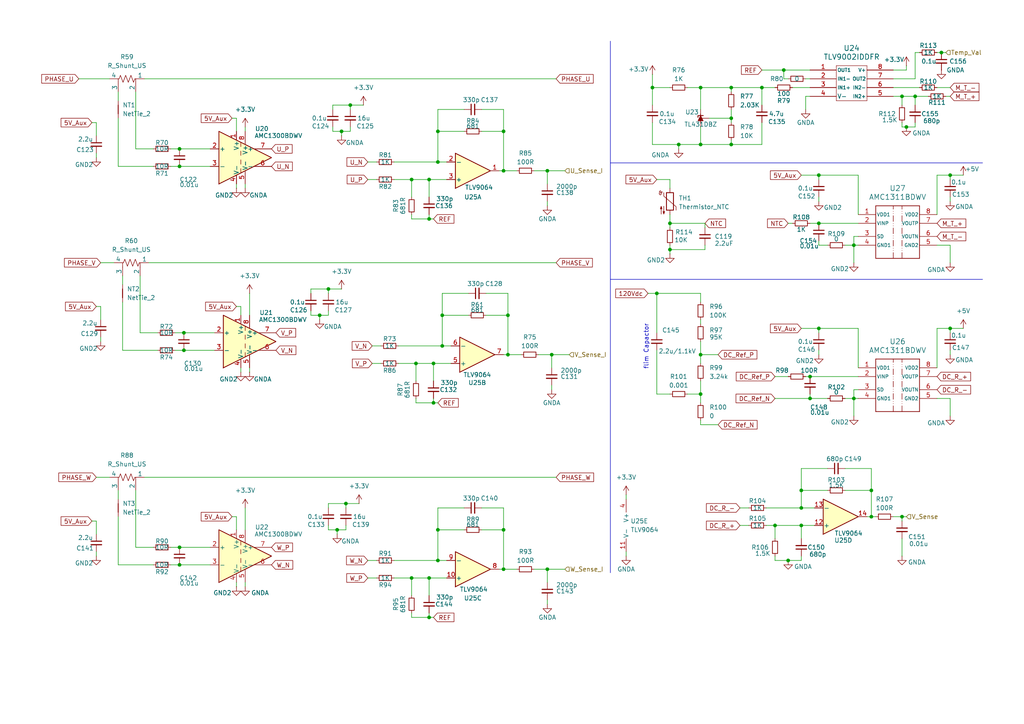
<source format=kicad_sch>
(kicad_sch (version 20241004) (generator "eeschema") (generator_version "8.99")
  (paper "A4")
  (title_block (title "MOTOR_DRIVER_GRAGO"))
  (text "flim Capactor" (at 187.452 100.584 90) (effects (font (size 1.27 1.27))))
  (junction (at 146.05 153.67))
  (junction (at 220.98 25.4))
  (junction (at 158.75 165.1))
  (junction (at 224.79 152.4))
  (junction (at 128.27 100.33))
  (junction (at 160.02 102.87))
  (junction (at 203.2 25.4))
  (junction (at 127 38.1))
  (junction (at 100.33 146.05))
  (junction (at 97.79 153.67))
  (junction (at 189.23 25.4))
  (junction (at 247.65 71.12))
  (junction (at 146.05 49.53))
  (junction (at 261.62 149.86))
  (junction (at 52.07 48.26))
  (junction (at 127 46.99))
  (junction (at 190.5 85.09))
  (junction (at 265.43 27.94))
  (junction (at 127 153.67))
  (junction (at 237.49 50.8))
  (junction (at 196.85 41.91))
  (junction (at 273.05 15.24))
  (junction (at 227.33 20.32))
  (junction (at 234.95 115.57))
  (junction (at 212.09 41.91))
  (junction (at 194.31 72.39))
  (junction (at 52.07 163.83))
  (junction (at 147.32 91.44))
  (junction (at 52.07 158.75))
  (junction (at 212.09 25.4))
  (junction (at 232.41 152.4))
  (junction (at 120.65 105.41))
  (junction (at 99.06 38.1))
  (junction (at 203.2 41.91))
  (junction (at 232.41 142.24))
  (junction (at 261.62 27.94))
  (junction (at 228.6 162.56))
  (junction (at 194.31 64.77))
  (junction (at 234.95 109.22))
  (junction (at 275.59 95.25))
  (junction (at 124.46 52.07))
  (junction (at 124.46 63.5))
  (junction (at 252.73 142.24))
  (junction (at 232.41 147.32))
  (junction (at 237.49 64.77))
  (junction (at 119.38 167.64))
  (junction (at 124.46 167.64))
  (junction (at 212.09 34.29))
  (junction (at 127 162.56))
  (junction (at 237.49 95.25))
  (junction (at 247.65 115.57))
  (junction (at 53.34 96.52))
  (junction (at 125.73 116.84))
  (junction (at 101.6 30.48))
  (junction (at 52.07 43.18))
  (junction (at 128.27 91.44))
  (junction (at 124.46 179.07))
  (junction (at 203.2 102.87))
  (junction (at 53.34 101.6))
  (junction (at 119.38 52.07))
  (junction (at 262.89 36.83))
  (junction (at 146.05 165.1))
  (junction (at 203.2 114.3))
  (junction (at 275.59 50.8))
  (junction (at 92.71 91.44))
  (junction (at 125.73 105.41))
  (junction (at 95.25 83.82))
  (junction (at 146.05 38.1))
  (junction (at 252.73 149.86))
  (junction (at 147.32 102.87))
  (junction (at 158.75 49.53))
  (wire (pts (xy 158.75 175.26) (xy 158.75 173.99)))
  (wire (pts (xy 237.49 71.12) (xy 240.03 71.12)))
  (wire (pts (xy 90.17 83.82) (xy 90.17 85.09)))
  (wire (pts (xy 190.5 52.07) (xy 194.31 52.07)))
  (wire (pts (xy 27.94 160.02) (xy 27.94 161.29)))
  (wire (pts (xy 237.49 64.77) (xy 248.92 64.77)))
  (wire (pts (xy 29.21 88.9) (xy 29.21 92.71)))
  (wire (pts (xy 127 153.67) (xy 127 147.32)))
  (wire (pts (xy 158.75 168.91) (xy 158.75 165.1)))
  (wire (pts (xy 189.23 41.91) (xy 196.85 41.91)))
  (wire (pts (xy 194.31 62.23) (xy 194.31 64.77)))
  (wire (pts (xy 190.5 85.09) (xy 203.2 85.09)))
  (wire (pts (xy 271.78 25.4) (xy 275.59 25.4)))
  (wire (pts (xy 181.61 160.02) (xy 181.61 161.29)))
  (wire (pts (xy 189.23 35.56) (xy 189.23 41.91)))
  (wire (pts (xy 252.73 149.86) (xy 254 149.86)))
  (wire (pts (xy 265.43 35.56) (xy 265.43 36.83)))
  (wire (pts (xy 248.92 68.58) (xy 247.65 68.58)))
  (wire (pts (xy 67.31 34.29) (xy 68.58 34.29)))
  (wire (pts (xy 39.37 26.67) (xy 39.37 43.18)))
  (wire (pts (xy 95.25 83.82) (xy 95.25 85.09)))
  (wire (pts (xy 52.07 158.75) (xy 60.96 158.75)))
  (wire (pts (xy 68.58 34.29) (xy 68.58 38.1)))
  (wire (pts (xy 237.49 101.6) (xy 237.49 102.87)))
  (wire (pts (xy 119.38 179.07) (xy 124.46 179.07)))
  (wire (pts (xy 95.25 83.82) (xy 90.17 83.82)))
  (wire (pts (xy 271.78 50.8) (xy 275.59 50.8)))
  (wire (pts (xy 275.59 50.8) (xy 275.59 52.07)))
  (wire (pts (xy 224.79 152.4) (xy 232.41 152.4)))
  (wire (pts (xy 146.05 38.1) (xy 146.05 49.53)))
  (wire (pts (xy 233.68 27.94) (xy 234.95 27.94)))
  (wire (pts (xy 128.27 100.33) (xy 130.81 100.33)))
  (wire (pts (xy 247.65 71.12) (xy 247.65 76.2)))
  (wire (pts (xy 127 38.1) (xy 127 31.75)))
  (wire (pts (xy 41.91 22.86) (xy 161.29 22.86)))
  (wire (pts (xy 41.91 138.43) (xy 161.29 138.43)))
  (wire (pts (xy 227.33 20.32) (xy 227.33 22.86)))
  (wire (pts (xy 100.33 146.05) (xy 100.33 147.32)))
  (wire (pts (xy 154.94 49.53) (xy 158.75 49.53)))
  (wire (pts (xy 232.41 152.4) (xy 232.41 156.21)))
  (wire (pts (xy 127 31.75) (xy 134.62 31.75)))
  (wire (pts (xy 261.62 149.86) (xy 262.89 149.86)))
  (wire (pts (xy 237.49 50.8) (xy 237.49 52.07)))
  (wire (pts (xy 156.21 102.87) (xy 160.02 102.87)))
  (wire (pts (xy 26.67 151.13) (xy 27.94 151.13)))
  (wire (pts (xy 50.8 101.6) (xy 53.34 101.6)))
  (wire (pts (xy 120.65 105.41) (xy 125.73 105.41)))
  (wire (pts (xy 275.59 95.25) (xy 279.4 95.25)))
  (wire (pts (xy 160.02 106.68) (xy 160.02 102.87)))
  (wire (pts (xy 232.41 142.24) (xy 240.03 142.24)))
  (wire (pts (xy 181.61 143.51) (xy 181.61 144.78)))
  (wire (pts (xy 158.75 59.69) (xy 158.75 58.42)))
  (wire (pts (xy 39.37 158.75) (xy 44.45 158.75)))
  (wire (pts (xy 107.95 100.33) (xy 110.49 100.33)))
  (wire (pts (xy 147.32 91.44) (xy 147.32 102.87)))
  (wire (pts (xy 71.12 53.34) (xy 71.12 54.61)))
  (wire (pts (xy 212.09 35.56) (xy 212.09 34.29)))
  (wire (pts (xy 22.86 22.86) (xy 31.75 22.86)))
  (wire (pts (xy 245.11 115.57) (xy 247.65 115.57)))
  (wire (pts (xy 274.32 15.24) (xy 273.05 15.24)))
  (wire (pts (xy 232.41 152.4) (xy 236.22 152.4)))
  (wire (pts (xy 194.31 52.07) (xy 194.31 54.61)))
  (wire (pts (xy 228.6 64.77) (xy 229.87 64.77)))
  (wire (pts (xy 232.41 142.24) (xy 232.41 135.89)))
  (wire (pts (xy 261.62 156.21) (xy 261.62 161.29)))
  (wire (pts (xy 265.43 27.94) (xy 265.43 30.48)))
  (wire (pts (xy 203.2 36.83) (xy 203.2 41.91)))
  (wire (pts (xy 114.3 52.07) (xy 119.38 52.07)))
  (wire (pts (xy 127 46.99) (xy 129.54 46.99)))
  (wire (pts (xy 248.92 50.8) (xy 248.92 62.23)))
  (wire (pts (xy 128.27 100.33) (xy 128.27 91.44)))
  (wire (pts (xy 27.94 44.45) (xy 27.94 45.72)))
  (wire (pts (xy 247.65 115.57) (xy 248.92 115.57)))
  (wire (pts (xy 205.74 34.29) (xy 212.09 34.29)))
  (wire (pts (xy 237.49 57.15) (xy 237.49 58.42)))
  (wire (pts (xy 127 38.1) (xy 134.62 38.1)))
  (wire (pts (xy 71.12 168.91) (xy 71.12 170.18)))
  (wire (pts (xy 265.43 27.94) (xy 269.24 27.94)))
  (wire (pts (xy 101.6 30.48) (xy 101.6 31.75)))
  (wire (pts (xy 247.65 115.57) (xy 247.65 120.65)))
  (wire (pts (xy 34.29 163.83) (xy 44.45 163.83)))
  (wire (pts (xy 203.2 85.09) (xy 203.2 87.63)))
  (wire (pts (xy 34.29 26.67) (xy 34.29 29.21)))
  (wire (pts (xy 147.32 102.87) (xy 151.13 102.87)))
  (wire (pts (xy 224.79 162.56) (xy 228.6 162.56)))
  (wire (pts (xy 251.46 149.86) (xy 252.73 149.86)))
  (wire (pts (xy 27.94 88.9) (xy 29.21 88.9)))
  (wire (pts (xy 120.65 116.84) (xy 125.73 116.84)))
  (wire (pts (xy 115.57 100.33) (xy 128.27 100.33)))
  (wire (pts (xy 222.25 152.4) (xy 224.79 152.4)))
  (wire (pts (xy 107.95 105.41) (xy 110.49 105.41)))
  (wire (pts (xy 52.07 43.18) (xy 60.96 43.18)))
  (wire (pts (xy 204.47 71.12) (xy 204.47 72.39)))
  (wire (pts (xy 119.38 62.23) (xy 119.38 63.5)))
  (wire (pts (xy 261.62 36.83) (xy 262.89 36.83)))
  (wire (pts (xy 237.49 69.85) (xy 237.49 71.12)))
  (wire (pts (xy 140.97 91.44) (xy 147.32 91.44)))
  (wire (pts (xy 92.71 91.44) (xy 92.71 92.71)))
  (wire (pts (xy 100.33 146.05) (xy 104.14 146.05)))
  (wire (pts (xy 271.78 71.12) (xy 275.59 71.12)))
  (wire (pts (xy 40.64 96.52) (xy 45.72 96.52)))
  (wire (pts (xy 27.94 35.56) (xy 27.94 39.37)))
  (wire (pts (xy 271.78 50.8) (xy 271.78 62.23)))
  (wire (pts (xy 128.27 85.09) (xy 135.89 85.09)))
  (wire (pts (xy 67.31 149.86) (xy 68.58 149.86)))
  (wire (pts (xy 49.53 163.83) (xy 52.07 163.83)))
  (wire (pts (xy 128.27 91.44) (xy 128.27 85.09)))
  (wire (pts (xy 49.53 48.26) (xy 52.07 48.26)))
  (wire (pts (xy 252.73 135.89) (xy 252.73 142.24)))
  (wire (pts (xy 224.79 115.57) (xy 234.95 115.57)))
  (wire (pts (xy 119.38 63.5) (xy 124.46 63.5)))
  (wire (pts (xy 271.78 95.25) (xy 275.59 95.25)))
  (wire (pts (xy 100.33 146.05) (xy 95.25 146.05)))
  (wire (pts (xy 72.39 106.68) (xy 72.39 107.95)))
  (wire (pts (xy 115.57 105.41) (xy 120.65 105.41)))
  (wire (pts (xy 252.73 142.24) (xy 252.73 149.86)))
  (wire (pts (xy 29.21 76.2) (xy 33.02 76.2)))
  (wire (pts (xy 27.94 151.13) (xy 27.94 154.94)))
  (wire (pts (xy 35.56 80.01) (xy 35.56 82.55)))
  (wire (pts (xy 261.62 149.86) (xy 261.62 151.13)))
  (wire (pts (xy 125.73 105.41) (xy 130.81 105.41)))
  (wire (pts (xy 234.95 22.86) (xy 233.68 22.86)))
  (wire (pts (xy 146.05 49.53) (xy 149.86 49.53)))
  (wire (pts (xy 234.95 115.57) (xy 240.03 115.57)))
  (wire (pts (xy 233.68 31.75) (xy 233.68 27.94)))
  (wire (pts (xy 101.6 36.83) (xy 101.6 38.1)))
  (wire (pts (xy 271.78 115.57) (xy 275.59 115.57)))
  (wire (pts (xy 194.31 64.77) (xy 194.31 66.04)))
  (wire (pts (xy 203.2 121.92) (xy 203.2 123.19)))
  (wire (pts (xy 125.73 115.57) (xy 125.73 116.84)))
  (wire (pts (xy 212.09 26.67) (xy 212.09 25.4)))
  (wire (pts (xy 259.08 27.94) (xy 261.62 27.94)))
  (wire (pts (xy 259.08 20.32) (xy 262.89 20.32)))
  (wire (pts (xy 27.94 138.43) (xy 31.75 138.43)))
  (wire (pts (xy 232.41 50.8) (xy 237.49 50.8)))
  (wire (pts (xy 158.75 165.1) (xy 163.83 165.1)))
  (wire (pts (xy 34.29 149.86) (xy 34.29 163.83)))
  (wire (pts (xy 259.08 149.86) (xy 261.62 149.86)))
  (wire (pts (xy 68.58 149.86) (xy 68.58 153.67)))
  (wire (pts (xy 189.23 25.4) (xy 189.23 30.48)))
  (wire (pts (xy 127 147.32) (xy 134.62 147.32)))
  (wire (pts (xy 234.95 64.77) (xy 237.49 64.77)))
  (wire (pts (xy 227.33 20.32) (xy 234.95 20.32)))
  (wire (pts (xy 146.05 165.1) (xy 149.86 165.1)))
  (wire (pts (xy 199.39 114.3) (xy 203.2 114.3)))
  (wire (pts (xy 237.49 95.25) (xy 248.92 95.25)))
  (wire (pts (xy 203.2 99.06) (xy 203.2 102.87)))
  (wire (pts (xy 190.5 101.6) (xy 190.5 114.3)))
  (wire (pts (xy 90.17 90.17) (xy 90.17 91.44)))
  (wire (pts (xy 275.59 95.25) (xy 275.59 96.52)))
  (wire (pts (xy 212.09 41.91) (xy 220.98 41.91)))
  (wire (pts (xy 49.53 158.75) (xy 52.07 158.75)))
  (wire (pts (xy 119.38 177.8) (xy 119.38 179.07)))
  (wire (pts (xy 50.8 96.52) (xy 53.34 96.52)))
  (wire (pts (xy 97.79 153.67) (xy 100.33 153.67)))
  (wire (pts (xy 190.5 114.3) (xy 194.31 114.3)))
  (wire (pts (xy 196.85 41.91) (xy 196.85 43.18)))
  (wire (pts (xy 71.12 36.83) (xy 71.12 38.1)))
  (wire (pts (xy 199.39 25.4) (xy 203.2 25.4)))
  (wire (pts (xy 119.38 52.07) (xy 119.38 57.15)))
  (wire (pts (xy 106.68 167.64) (xy 109.22 167.64)))
  (wire (pts (xy 262.89 36.83) (xy 265.43 36.83)))
  (wire (pts (xy 271.78 95.25) (xy 271.78 106.68)))
  (wire (pts (xy 232.41 95.25) (xy 237.49 95.25)))
  (wire (pts (xy 120.65 115.57) (xy 120.65 116.84)))
  (wire (pts (xy 247.65 68.58) (xy 247.65 71.12)))
  (wire (pts (xy 220.98 35.56) (xy 220.98 41.91)))
  (wire (pts (xy 158.75 53.34) (xy 158.75 49.53)))
  (wire (pts (xy 139.7 38.1) (xy 146.05 38.1)))
  (wire (pts (xy 99.06 38.1) (xy 99.06 39.37)))
  (wire (pts (xy 265.43 15.24) (xy 265.43 22.86)))
  (wire (pts (xy 229.87 25.4) (xy 234.95 25.4)))
  (wire (pts (xy 247.65 113.03) (xy 247.65 115.57)))
  (wire (pts (xy 52.07 48.26) (xy 60.96 48.26)))
  (wire (pts (xy 69.85 88.9) (xy 69.85 91.44)))
  (wire (pts (xy 259.08 25.4) (xy 266.7 25.4)))
  (wire (pts (xy 273.05 15.24) (xy 271.78 15.24)))
  (wire (pts (xy 106.68 162.56) (xy 109.22 162.56)))
  (wire (pts (xy 97.79 153.67) (xy 97.79 154.94)))
  (wire (pts (xy 220.98 25.4) (xy 224.79 25.4)))
  (wire (pts (xy 232.41 147.32) (xy 236.22 147.32)))
  (polyline (pts (xy 177.038 11.938) (xy 177.038 166.116)))
  (wire (pts (xy 68.58 88.9) (xy 69.85 88.9)))
  (wire (pts (xy 203.2 110.49) (xy 203.2 114.3)))
  (wire (pts (xy 203.2 41.91) (xy 212.09 41.91)))
  (wire (pts (xy 187.96 85.09) (xy 190.5 85.09)))
  (wire (pts (xy 212.09 41.91) (xy 212.09 40.64)))
  (wire (pts (xy 261.62 27.94) (xy 261.62 30.48)))
  (wire (pts (xy 128.27 91.44) (xy 135.89 91.44)))
  (wire (pts (xy 125.73 105.41) (xy 125.73 110.49)))
  (wire (pts (xy 127 153.67) (xy 134.62 153.67)))
  (wire (pts (xy 99.06 38.1) (xy 101.6 38.1)))
  (wire (pts (xy 114.3 167.64) (xy 119.38 167.64)))
  (wire (pts (xy 212.09 34.29) (xy 212.09 31.75)))
  (wire (pts (xy 261.62 27.94) (xy 265.43 27.94)))
  (wire (pts (xy 228.6 162.56) (xy 232.41 162.56)))
  (wire (pts (xy 95.25 83.82) (xy 99.06 83.82)))
  (wire (pts (xy 247.65 71.12) (xy 248.92 71.12)))
  (wire (pts (xy 203.2 25.4) (xy 212.09 25.4)))
  (wire (pts (xy 106.68 46.99) (xy 109.22 46.99)))
  (wire (pts (xy 245.11 142.24) (xy 252.73 142.24)))
  (wire (pts (xy 144.78 165.1) (xy 146.05 165.1)))
  (wire (pts (xy 196.85 41.91) (xy 203.2 41.91)))
  (wire (pts (xy 234.95 109.22) (xy 248.92 109.22)))
  (wire (pts (xy 49.53 43.18) (xy 52.07 43.18)))
  (wire (pts (xy 90.17 91.44) (xy 92.71 91.44)))
  (wire (pts (xy 203.2 92.71) (xy 203.2 93.98)))
  (wire (pts (xy 68.58 53.34) (xy 68.58 54.61)))
  (wire (pts (xy 154.94 165.1) (xy 158.75 165.1)))
  (wire (pts (xy 43.18 76.2) (xy 161.29 76.2)))
  (wire (pts (xy 34.29 142.24) (xy 34.29 144.78)))
  (wire (pts (xy 232.41 135.89) (xy 240.03 135.89)))
  (wire (pts (xy 34.29 34.29) (xy 34.29 48.26)))
  (wire (pts (xy 124.46 167.64) (xy 129.54 167.64)))
  (wire (pts (xy 96.52 36.83) (xy 96.52 38.1)))
  (wire (pts (xy 194.31 72.39) (xy 204.47 72.39)))
  (wire (pts (xy 40.64 80.01) (xy 40.64 96.52)))
  (wire (pts (xy 160.02 102.87) (xy 165.1 102.87)))
  (wire (pts (xy 212.09 25.4) (xy 220.98 25.4)))
  (wire (pts (xy 146.05 147.32) (xy 146.05 153.67)))
  (wire (pts (xy 275.59 101.6) (xy 275.59 102.87)))
  (wire (pts (xy 127 162.56) (xy 129.54 162.56)))
  (wire (pts (xy 248.92 113.03) (xy 247.65 113.03)))
  (wire (pts (xy 34.29 48.26) (xy 44.45 48.26)))
  (wire (pts (xy 35.56 101.6) (xy 45.72 101.6)))
  (wire (pts (xy 95.25 152.4) (xy 95.25 153.67)))
  (wire (pts (xy 72.39 85.09) (xy 72.39 91.44)))
  (wire (pts (xy 228.6 22.86) (xy 227.33 22.86)))
  (wire (pts (xy 29.21 97.79) (xy 29.21 99.06)))
  (wire (pts (xy 194.31 71.12) (xy 194.31 72.39)))
  (wire (pts (xy 124.46 62.23) (xy 124.46 63.5)))
  (wire (pts (xy 214.63 152.4) (xy 217.17 152.4)))
  (wire (pts (xy 127 162.56) (xy 127 153.67)))
  (wire (pts (xy 189.23 25.4) (xy 194.31 25.4)))
  (wire (pts (xy 248.92 95.25) (xy 248.92 106.68)))
  (wire (pts (xy 96.52 38.1) (xy 99.06 38.1)))
  (wire (pts (xy 71.12 147.32) (xy 71.12 153.67)))
  (wire (pts (xy 158.75 49.53) (xy 163.83 49.53)))
  (wire (pts (xy 139.7 31.75) (xy 146.05 31.75)))
  (wire (pts (xy 35.56 87.63) (xy 35.56 101.6)))
  (wire (pts (xy 275.59 50.8) (xy 279.4 50.8)))
  (wire (pts (xy 220.98 25.4) (xy 220.98 30.48)))
  (wire (pts (xy 68.58 168.91) (xy 68.58 170.18)))
  (wire (pts (xy 53.34 101.6) (xy 62.23 101.6)))
  (wire (pts (xy 101.6 30.48) (xy 105.41 30.48)))
  (wire (pts (xy 233.68 109.22) (xy 234.95 109.22)))
  (wire (pts (xy 232.41 142.24) (xy 232.41 147.32)))
  (wire (pts (xy 275.59 115.57) (xy 275.59 120.65)))
  (wire (pts (xy 140.97 85.09) (xy 147.32 85.09)))
  (wire (pts (xy 146.05 31.75) (xy 146.05 38.1)))
  (wire (pts (xy 259.08 22.86) (xy 265.43 22.86)))
  (wire (pts (xy 92.71 91.44) (xy 95.25 91.44)))
  (wire (pts (xy 266.7 15.24) (xy 265.43 15.24)))
  (wire (pts (xy 146.05 153.67) (xy 146.05 165.1)))
  (wire (pts (xy 100.33 152.4) (xy 100.33 153.67)))
  (wire (pts (xy 234.95 114.3) (xy 234.95 115.57)))
  (wire (pts (xy 245.11 135.89) (xy 252.73 135.89)))
  (wire (pts (xy 224.79 109.22) (xy 228.6 109.22)))
  (wire (pts (xy 262.89 19.05) (xy 262.89 20.32)))
  (wire (pts (xy 124.46 179.07) (xy 125.73 179.07)))
  (polyline (pts (xy 177.038 81.026) (xy 284.988 81.026)))
  (polyline (pts (xy 177.038 47.244) (xy 284.988 47.244)))
  (wire (pts (xy 160.02 113.03) (xy 160.02 111.76)))
  (wire (pts (xy 222.25 147.32) (xy 232.41 147.32)))
  (wire (pts (xy 220.98 20.32) (xy 227.33 20.32)))
  (wire (pts (xy 124.46 177.8) (xy 124.46 179.07)))
  (wire (pts (xy 96.52 30.48) (xy 96.52 31.75)))
  (wire (pts (xy 275.59 57.15) (xy 275.59 58.42)))
  (wire (pts (xy 208.28 123.19) (xy 203.2 123.19)))
  (wire (pts (xy 237.49 50.8) (xy 248.92 50.8)))
  (wire (pts (xy 274.32 27.94) (xy 275.59 27.94)))
  (wire (pts (xy 69.85 106.68) (xy 69.85 107.95)))
  (wire (pts (xy 275.59 71.12) (xy 275.59 76.2)))
  (wire (pts (xy 203.2 25.4) (xy 203.2 31.75)))
  (wire (pts (xy 119.38 167.64) (xy 119.38 172.72)))
  (wire (pts (xy 214.63 147.32) (xy 217.17 147.32)))
  (wire (pts (xy 106.68 52.07) (xy 109.22 52.07)))
  (wire (pts (xy 120.65 105.41) (xy 120.65 110.49)))
  (wire (pts (xy 119.38 167.64) (xy 124.46 167.64)))
  (wire (pts (xy 101.6 30.48) (xy 96.52 30.48)))
  (wire (pts (xy 125.73 116.84) (xy 127 116.84)))
  (wire (pts (xy 224.79 161.29) (xy 224.79 162.56)))
  (wire (pts (xy 203.2 102.87) (xy 208.28 102.87)))
  (wire (pts (xy 53.34 96.52) (xy 62.23 96.52)))
  (wire (pts (xy 146.05 102.87) (xy 147.32 102.87)))
  (wire (pts (xy 147.32 85.09) (xy 147.32 91.44)))
  (wire (pts (xy 127 46.99) (xy 127 38.1)))
  (wire (pts (xy 124.46 52.07) (xy 124.46 57.15)))
  (wire (pts (xy 190.5 85.09) (xy 190.5 96.52)))
  (wire (pts (xy 245.11 71.12) (xy 247.65 71.12)))
  (wire (pts (xy 114.3 162.56) (xy 127 162.56)))
  (wire (pts (xy 95.25 90.17) (xy 95.25 91.44)))
  (wire (pts (xy 232.41 161.29) (xy 232.41 162.56)))
  (wire (pts (xy 237.49 95.25) (xy 237.49 96.52)))
  (wire (pts (xy 52.07 163.83) (xy 60.96 163.83)))
  (wire (pts (xy 26.67 35.56) (xy 27.94 35.56)))
  (wire (pts (xy 124.46 52.07) (xy 129.54 52.07)))
  (wire (pts (xy 119.38 52.07) (xy 124.46 52.07)))
  (wire (pts (xy 203.2 114.3) (xy 203.2 116.84)))
  (wire (pts (xy 261.62 35.56) (xy 261.62 36.83)))
  (wire (pts (xy 124.46 63.5) (xy 125.73 63.5)))
  (wire (pts (xy 139.7 153.67) (xy 146.05 153.67)))
  (wire (pts (xy 114.3 46.99) (xy 127 46.99)))
  (wire (pts (xy 144.78 49.53) (xy 146.05 49.53)))
  (wire (pts (xy 39.37 142.24) (xy 39.37 158.75)))
  (wire (pts (xy 95.25 153.67) (xy 97.79 153.67)))
  (wire (pts (xy 124.46 167.64) (xy 124.46 172.72)))
  (wire (pts (xy 189.23 21.59) (xy 189.23 25.4)))
  (wire (pts (xy 39.37 43.18) (xy 44.45 43.18)))
  (wire (pts (xy 203.2 102.87) (xy 203.2 105.41)))
  (wire (pts (xy 139.7 147.32) (xy 146.05 147.32)))
  (wire (pts (xy 194.31 72.39) (xy 194.31 73.66)))
  (wire (pts (xy 95.25 146.05) (xy 95.25 147.32)))
  (wire (pts (xy 204.47 64.77) (xy 204.47 66.04)))
  (wire (pts (xy 194.31 64.77) (xy 204.47 64.77)))
  (wire (pts (xy 224.79 152.4) (xy 224.79 156.21)))
  (global_label "PHASE_U" (shape input) (at 161.29 22.86 0) (property "Intersheetrefs" "${INTERSHEET_REFS}" (effects (hide yes))))
  (global_label "W_N" (shape input) (at 106.68 162.56 180) (property "Intersheetrefs" "${INTERSHEET_REFS}" (effects (hide yes))))
  (global_label "5V_Aux" (shape input) (at 232.41 95.25 180) (property "Intersheetrefs" "${INTERSHEET_REFS}" (effects (hide yes))))
  (global_label "PHASE_V" (shape input) (at 29.21 76.2 180) (property "Intersheetrefs" "${INTERSHEET_REFS}" (effects (hide yes))))
  (global_label "NTC" (shape input) (at 204.47 64.77 0) (property "Intersheetrefs" "${INTERSHEET_REFS}" (effects (hide yes))))
  (global_label "5V_Aux" (shape input) (at 26.67 35.56 180) (property "Intersheetrefs" "${INTERSHEET_REFS}" (effects (hide yes))))
  (global_label "U_N" (shape input) (at 106.68 46.99 180) (property "Intersheetrefs" "${INTERSHEET_REFS}" (effects (hide yes))))
  (global_label "M_T_-" (shape input) (at 275.59 25.4 0) (property "Intersheetrefs" "${INTERSHEET_REFS}" (effects (hide yes))))
  (global_label "REF" (shape input) (at 125.73 63.5 0) (property "Intersheetrefs" "${INTERSHEET_REFS}" (effects (hide yes))))
  (global_label "5V_Aux" (shape input) (at 190.5 52.07 180) (property "Intersheetrefs" "${INTERSHEET_REFS}" (effects (hide yes))))
  (global_label "5V_Aux" (shape input) (at 27.94 88.9 180) (property "Intersheetrefs" "${INTERSHEET_REFS}" (effects (hide yes))))
  (global_label "V_N" (shape input) (at 107.95 100.33 180) (property "Intersheetrefs" "${INTERSHEET_REFS}" (effects (hide yes))))
  (global_label "DC_Ref_P" (shape input) (at 224.79 109.22 180) (property "Intersheetrefs" "${INTERSHEET_REFS}" (effects (hide yes))))
  (global_label "5V_Aux" (shape input) (at 232.41 50.8 180) (property "Intersheetrefs" "${INTERSHEET_REFS}" (effects (hide yes))))
  (global_label "DC_Ref_P" (shape input) (at 208.28 102.87 0) (property "Intersheetrefs" "${INTERSHEET_REFS}" (effects (hide yes))))
  (global_label "U_P" (shape input) (at 106.68 52.07 180) (property "Intersheetrefs" "${INTERSHEET_REFS}" (effects (hide yes))))
  (global_label "DC_R_-" (shape input) (at 214.63 147.32 180) (property "Intersheetrefs" "${INTERSHEET_REFS}" (effects (hide yes))))
  (global_label "W_P" (shape input) (at 78.74 158.75 0) (property "Intersheetrefs" "${INTERSHEET_REFS}" (effects (hide yes))))
  (global_label "NTC" (shape input) (at 228.6 64.77 180) (property "Intersheetrefs" "${INTERSHEET_REFS}" (effects (hide yes))))
  (global_label "DC_R_+" (shape input) (at 214.63 152.4 180) (property "Intersheetrefs" "${INTERSHEET_REFS}" (effects (hide yes))))
  (global_label "DC_Ref_N" (shape input) (at 224.79 115.57 180) (property "Intersheetrefs" "${INTERSHEET_REFS}" (effects (hide yes))))
  (global_label "120Vdc" (shape input) (at 187.96 85.09 180) (property "Intersheetrefs" "${INTERSHEET_REFS}" (effects (hide yes))))
  (global_label "M_T_+" (shape input) (at 275.59 27.94 0) (property "Intersheetrefs" "${INTERSHEET_REFS}" (effects (hide yes))))
  (global_label "REF" (shape input) (at 220.98 20.32 180) (property "Intersheetrefs" "${INTERSHEET_REFS}" (effects (hide yes))))
  (global_label "PHASE_U" (shape input) (at 22.86 22.86 180) (property "Intersheetrefs" "${INTERSHEET_REFS}" (effects (hide yes))))
  (global_label "5V_Aux" (shape input) (at 67.31 149.86 180) (property "Intersheetrefs" "${INTERSHEET_REFS}" (effects (hide yes))))
  (global_label "M_T_+" (shape input) (at 271.78 64.77 0) (property "Intersheetrefs" "${INTERSHEET_REFS}" (effects (hide yes))))
  (global_label "PHASE_W" (shape input) (at 161.29 138.43 0) (property "Intersheetrefs" "${INTERSHEET_REFS}" (effects (hide yes))))
  (global_label "W_P" (shape input) (at 106.68 167.64 180) (property "Intersheetrefs" "${INTERSHEET_REFS}" (effects (hide yes))))
  (global_label "PHASE_V" (shape input) (at 161.29 76.2 0) (property "Intersheetrefs" "${INTERSHEET_REFS}" (effects (hide yes))))
  (global_label "U_N" (shape input) (at 78.74 48.26 0) (property "Intersheetrefs" "${INTERSHEET_REFS}" (effects (hide yes))))
  (global_label "5V_Aux" (shape input) (at 68.58 88.9 180) (property "Intersheetrefs" "${INTERSHEET_REFS}" (effects (hide yes))))
  (global_label "PHASE_W" (shape input) (at 27.94 138.43 180) (property "Intersheetrefs" "${INTERSHEET_REFS}" (effects (hide yes))))
  (global_label "M_T_-" (shape input) (at 271.78 68.58 0) (property "Intersheetrefs" "${INTERSHEET_REFS}" (effects (hide yes))))
  (global_label "W_N" (shape input) (at 78.74 163.83 0) (property "Intersheetrefs" "${INTERSHEET_REFS}" (effects (hide yes))))
  (global_label "REF" (shape input) (at 127 116.84 0) (property "Intersheetrefs" "${INTERSHEET_REFS}" (effects (hide yes))))
  (global_label "U_P" (shape input) (at 78.74 43.18 0) (property "Intersheetrefs" "${INTERSHEET_REFS}" (effects (hide yes))))
  (global_label "V_P" (shape input) (at 80.01 96.52 0) (property "Intersheetrefs" "${INTERSHEET_REFS}" (effects (hide yes))))
  (global_label "5V_Aux" (shape input) (at 26.67 151.13 180) (property "Intersheetrefs" "${INTERSHEET_REFS}" (effects (hide yes))))
  (global_label "V_N" (shape input) (at 80.01 101.6 0) (property "Intersheetrefs" "${INTERSHEET_REFS}" (effects (hide yes))))
  (global_label "DC_R_-" (shape input) (at 271.78 113.03 0) (property "Intersheetrefs" "${INTERSHEET_REFS}" (effects (hide yes))))
  (global_label "DC_Ref_N" (shape input) (at 208.28 123.19 0) (property "Intersheetrefs" "${INTERSHEET_REFS}" (effects (hide yes))))
  (global_label "5V_Aux" (shape input) (at 67.31 34.29 180) (property "Intersheetrefs" "${INTERSHEET_REFS}" (effects (hide yes))))
  (global_label "DC_R_+" (shape input) (at 271.78 109.22 0) (property "Intersheetrefs" "${INTERSHEET_REFS}" (effects (hide yes))))
  (global_label "V_P" (shape input) (at 107.95 105.41 180) (property "Intersheetrefs" "${INTERSHEET_REFS}" (effects (hide yes))))
  (global_label "REF" (shape input) (at 125.73 179.07 0) (property "Intersheetrefs" "${INTERSHEET_REFS}" (effects (hide yes))))
  (hierarchical_label "W_Sense_I" (shape input) (at 163.83 165.1 0))
  (hierarchical_label "V_Sense_I" (shape input) (at 165.1 102.87 0))
  (hierarchical_label "Temp_Val" (shape input) (at 274.32 15.24 0))
  (hierarchical_label "V_Sense" (shape input) (at 262.89 149.86 0))
  (hierarchical_label "U_Sense_I" (shape input) (at 163.83 49.53 0))
  (symbol (lib_id "Device:C_Small") (at 189.23 33.02 0) (unit 1)
    (property "Reference" "C134" (at 191.008 35.306 0) (effects (justify left)))
    (property "Value" "0.1u" (at 191.262 33.02 0) (effects (justify left)))
    (property "Description" "Unpolarized capacitor, small symbol" (effects (hide yes)))
  )
  (symbol (lib_id "Device:C_Small") (at 232.41 158.75 0) (mirror x) (unit 1)
    (property "Reference" "C150" (at 234.188 158.75 0) (effects (justify left)))
    (property "Value" "680p" (at 234.696 160.782 0) (effects (justify left)))
    (property "Description" "Unpolarized capacitor, small symbol" (effects (hide yes)))
  )
  (symbol (lib_id "Device:C_Small") (at 220.98 33.02 0) (unit 1)
    (property "Reference" "C135" (at 222.758 35.306 0) (effects (justify left)))
    (property "Value" "4.7u" (at 223.012 33.02 0) (effects (justify left)))
    (property "Description" "Unpolarized capacitor, small symbol" (effects (hide yes)))
  )
  (symbol (lib_id "Device:R_Small") (at 242.57 115.57 270) (unit 1)
    (property "Reference" "R102" (at 242.57 112.268 90))
    (property "Value" "0" (at 242.57 113.792 90))
    (property "Description" "Resistor, small symbol" (effects (hide yes)))
  )
  (symbol (lib_id "Device:R_Small") (at 231.14 109.22 90) (unit 1)
    (property "Reference" "R98" (at 226.822 107.442 90))
    (property "Value" "100R" (at 234.696 107.442 90))
    (property "Description" "Resistor, small symbol" (effects (hide yes)))
  )
  (symbol (lib_id "Device:R_Small") (at 231.14 22.86 90) (unit 1)
    (property "Reference" "R80" (at 225.298 22.86 90))
    (property "Value" "0" (at 231.14 22.86 90))
    (property "Description" "Resistor, small symbol" (effects (hide yes)))
  )
  (symbol (lib_id "Device:C_Small") (at 237.49 99.06 0) (unit 1)
    (property "Reference" "C146" (at 231.394 101.346 0) (effects (justify left)))
    (property "Value" "0.1u" (at 231.394 99.06 0) (effects (justify left)))
    (property "Description" "Unpolarized capacitor, small symbol" (effects (hide yes)))
  )
  (symbol (lib_id "power:GND2") (at 247.65 76.2 0) (unit 1)
    (property "Reference" "#PWR0181" (effects (hide yes)))
    (property "Value" "GND2" (at 243.586 77.978 0))
    (property "Description" "Power symbol creates a global label with name \"GND2\" , ground" (effects (hide yes)))
  )
  (symbol (lib_id "Device:R_Small") (at 224.79 158.75 180) (unit 1)
    (property "Reference" "R106" (at 220.472 158.75 0))
    (property "Value" "1.5K" (at 221.234 160.528 0))
    (property "Description" "Resistor, small symbol" (effects (hide yes)))
  )
  (symbol (lib_id "Device:C_Small") (at 95.25 87.63 0) (unit 1)
    (property "Reference" "C127" (at 97.028 89.916 0) (effects (justify left)))
    (property "Value" "16u" (at 97.282 87.63 0) (effects (justify left)))
    (property "Description" "Unpolarized capacitor, small symbol" (effects (hide yes)))
  )
  (symbol (lib_id "Device:R_Small") (at 242.57 142.24 90) (unit 1)
    (property "Reference" "R103" (at 242.57 139.192 90))
    (property "Value" "1.5K" (at 242.57 140.716 90))
    (property "Description" "Resistor, small symbol" (effects (hide yes)))
  )
  (symbol (lib_id "Device:R_Small") (at 111.76 167.64 90) (unit 1)
    (property "Reference" "R94" (at 111.76 169.672 90))
    (property "Value" "1K" (at 111.76 167.64 90))
    (property "Description" "Resistor, small symbol" (effects (hide yes)))
  )
  (symbol (lib_id "Device:C_Small") (at 53.34 99.06 0) (unit 1)
    (property "Reference" "C130" (at 53.34 105.41 0) (effects (justify left)))
    (property "Value" "0.01u" (at 53.34 106.934 0) (effects (justify left)))
    (property "Description" "Unpolarized capacitor, small symbol" (effects (hide yes)))
  )
  (symbol (lib_id "Device:C_Small") (at 27.94 157.48 0) (unit 1)
    (property "Reference" "C141" (at 22.098 159.004 0) (effects (justify left)))
    (property "Value" "2.2u" (at 22.606 155.956 0) (effects (justify left)))
    (property "Description" "Unpolarized capacitor, small symbol" (effects (hide yes)))
  )
  (symbol (lib_id "Device:R_Small") (at 196.85 114.3 270) (unit 1)
    (property "Reference" "R101" (at 196.85 109.22 90))
    (property "Value" "0.001" (at 196.85 111.76 90))
    (property "Description" "Resistor, small symbol" (effects (hide yes)))
  )
  (symbol (lib_id "Device:R_Small") (at 119.38 59.69 180) (unit 1)
    (property "Reference" "R83" (at 114.808 59.69 90))
    (property "Value" "681R" (at 116.84 59.69 90))
    (property "Description" "Resistor, small symbol" (effects (hide yes)))
  )
  (symbol (lib_id "Reference_Voltage:TL431DBZ") (at 203.2 34.29 270) (mirror x) (unit 1)
    (property "Reference" "U23" (at 202.692 32.512 90) (effects (justify right)))
    (property "Value" "TL431DBZ" (at 208.026 36.068 90) (effects (justify right)))
    (property "Footprint" "Package_TO_SOT_SMD:SOT-23" (effects (hide yes)))
    (property "Datasheet" "http://www.ti.com/lit/ds/symlink/tl431.pdf" (effects (hide yes)))
    (property "Description" "Shunt Regulator, SOT-23" (effects (hide yes)))
  )
  (symbol (lib_id "Device:NetTie_2") (at 35.56 85.09 90) (unit 1) (in_bom no)
    (property "Reference" "NT2" (at 36.83 83.8199 90) (effects (justify right)))
    (property "Value" "NetTie_2" (at 36.83 86.3599 90) (effects (justify right)))
    (property "Description" "Net tie, 2 pins" (effects (hide yes)))
  )
  (symbol (lib_id "Amplifier_Operational:TLV9064") (at 243.84 149.86 0) (mirror x) (unit 4)
    (property "Reference" "U25" (at 244.602 156.718 0))
    (property "Value" "TLV9064" (at 246.126 154.686 0))
    (property "Datasheet" "https://www.ti.com/lit/ds/symlink/tlv9064.pdf" (effects (hide yes)))
    (property "Description" "Quad Rail-to-Rail, Operational Amplifiers, 10MHz, SOIC-14/TSSOP-14" (effects (hide yes)))
  )
  (symbol (lib_id "power:GNDA") (at 275.59 58.42 0) (unit 1)
    (property "Reference" "#PWR0180" (effects (hide yes)))
    (property "Value" "GNDA" (at 279.654 59.944 0))
    (property "Description" "Power symbol creates a global label with name \"GNDA\" , analog ground" (effects (hide yes)))
  )
  (symbol (lib_id "Device:C_Small") (at 237.49 67.31 0) (unit 1)
    (property "Reference" "C154" (at 231.902 69.85 0) (effects (justify left)))
    (property "Value" "0.01u" (at 231.902 71.374 0) (effects (justify left)))
    (property "Description" "Unpolarized capacitor, small symbol" (effects (hide yes)))
  )
  (symbol (lib_id "Device:R_Small") (at 46.99 48.26 90) (unit 1)
    (property "Reference" "R71" (at 46.99 50.292 90))
    (property "Value" "10R" (at 46.99 48.26 90))
    (property "Description" "Resistor, small symbol" (effects (hide yes)))
  )
  (symbol (lib_id "power:GNDA") (at 72.39 107.95 0) (unit 1)
    (property "Reference" "#PWR0147" (effects (hide yes)))
    (property "Value" "GNDA" (at 76.2 109.982 0))
    (property "Description" "Power symbol creates a global label with name \"GNDA\" , analog ground" (effects (hide yes)))
  )
  (symbol (lib_id "Amplifier_Difference:AMC1300BDWV") (at 71.12 45.72 0) (unit 1)
    (property "Reference" "U20" (at 75.946 37.338 0))
    (property "Value" "AMC1300BDWV" (at 80.772 39.37 0))
    (property "Footprint" "Package_SO:SOIC-8_7.5x5.85mm_P1.27mm" (effects (hide yes)))
    (property "Datasheet" "http://www.ti.com/lit/ds/symlink/amc1300.pdf" (effects (hide yes)))
    (property "Description" "Fully-differental precision isolated amplifier, ±250-mV Input, reinforced isloation, fixed Gain = 8.2, peak isolation voltage 7071V, transient immunity 100kV/us, UL1577/VDE V 0884-11 approved, SOIC-8" (effects (hide yes)))
  )
  (symbol (lib_id "Device:C_Small") (at 237.49 54.61 0) (unit 1)
    (property "Reference" "C152" (at 231.394 56.896 0) (effects (justify left)))
    (property "Value" "0.1u" (at 231.394 54.61 0) (effects (justify left)))
    (property "Description" "Unpolarized capacitor, small symbol" (effects (hide yes)))
  )
  (symbol (lib_id "power:+12V") (at 72.39 85.09 0) (unit 1)
    (property "Reference" "#PWR0152" (effects (hide yes)))
    (property "Value" "+3.3V" (at 72.39 80.01 0))
    (property "Description" "Power symbol creates a global label with name \"+12V\"" (effects (hide yes)))
  )
  (symbol (lib_id "Device:R_Small") (at 256.54 149.86 90) (unit 1)
    (property "Reference" "R107" (at 256.54 144.78 90))
    (property "Value" "100R" (at 256.54 147.32 90))
    (property "Description" "Resistor, small symbol" (effects (hide yes)))
  )
  (symbol (lib_id "Device:R_Small") (at 269.24 25.4 90) (unit 1)
    (property "Reference" "R110" (at 269.24 23.622 90))
    (property "Value" "1K" (at 269.24 25.4 90))
    (property "Description" "Resistor, small symbol" (effects (hide yes)))
  )
  (symbol (lib_id "power:GNDA") (at 233.68 31.75 0) (unit 1)
    (property "Reference" "#PWR0165" (effects (hide yes)))
    (property "Value" "GNDA" (at 233.68 35.56 0))
    (property "Description" "Power symbol creates a global label with name \"GNDA\" , analog ground" (effects (hide yes)))
  )
  (symbol (lib_id "Device:C_Small") (at 138.43 85.09 90) (unit 1)
    (property "Reference" "C128" (at 145.796 82.296 90) (effects (justify left)))
    (property "Value" "330p" (at 140.462 82.296 90) (effects (justify left)))
    (property "Description" "Unpolarized capacitor, small symbol" (effects (hide yes)))
  )
  (symbol (lib_id "power:GNDA") (at 273.05 20.32 0) (unit 1)
    (property "Reference" "#PWR0184" (effects (hide yes)))
    (property "Value" "GNDA" (at 277.114 20.32 0))
    (property "Description" "Power symbol creates a global label with name \"GNDA\" , analog ground" (effects (hide yes)))
  )
  (symbol (lib_id "power:GNDA") (at 196.85 43.18 0) (unit 1)
    (property "Reference" "#PWR0164" (effects (hide yes)))
    (property "Value" "GNDA" (at 191.516 44.958 0))
    (property "Description" "Power symbol creates a global label with name \"GNDA\" , analog ground" (effects (hide yes)))
  )
  (symbol (lib_id "Device:R_Small") (at 203.2 107.95 180) (unit 1)
    (property "Reference" "R99" (at 205.74 106.6799 0) (effects (justify right)))
    (property "Value" "3.24k" (at 205.74 109.2199 0) (effects (justify right)))
    (property "Description" "Resistor, small symbol" (effects (hide yes)))
  )
  (symbol (lib_id "power:GNDA") (at 261.62 161.29 0) (unit 1)
    (property "Reference" "#PWR0177" (effects (hide yes)))
    (property "Value" "GNDA" (at 265.938 163.068 0))
    (property "Description" "Power symbol creates a global label with name \"GNDA\" , analog ground" (effects (hide yes)))
  )
  (symbol (lib_id "Device:R_Small") (at 203.2 90.17 180) (unit 1)
    (property "Reference" "R96" (at 205.74 88.8999 0) (effects (justify right)))
    (property "Value" "100K" (at 205.74 91.4399 0) (effects (justify right)))
    (property "Description" "Resistor, small symbol" (effects (hide yes)))
  )
  (symbol (lib_id "Device:C_Small") (at 275.59 54.61 0) (unit 1)
    (property "Reference" "C153" (at 276.098 56.388 0) (effects (justify left)))
    (property "Value" "0.1u" (at 275.844 52.832 0) (effects (justify left)))
    (property "Description" "Unpolarized capacitor, small symbol" (effects (hide yes)))
  )
  (symbol (lib_id "power:GND2") (at 194.31 73.66 0) (unit 1)
    (property "Reference" "#PWR0142" (effects (hide yes)))
    (property "Value" "GND2" (at 190.246 75.438 0))
    (property "Description" "Power symbol creates a global label with name \"GND2\" , ground" (effects (hide yes)))
  )
  (symbol (lib_id "power:+12V") (at 104.14 146.05 0) (unit 1)
    (property "Reference" "#PWR0156" (effects (hide yes)))
    (property "Value" "+3.3V" (at 104.14 140.97 0))
    (property "Description" "Power symbol creates a global label with name \"+12V\"" (effects (hide yes)))
  )
  (symbol (lib_id "power:+12V") (at 71.12 36.83 0) (unit 1)
    (property "Reference" "#PWR0151" (effects (hide yes)))
    (property "Value" "+3.3V" (at 71.12 31.75 0))
    (property "Description" "Power symbol creates a global label with name \"+12V\"" (effects (hide yes)))
  )
  (symbol (lib_id "power:+12V") (at 71.12 147.32 0) (unit 1)
    (property "Reference" "#PWR0154" (effects (hide yes)))
    (property "Value" "+3.3V" (at 71.12 142.24 0))
    (property "Description" "Power symbol creates a global label with name \"+12V\"" (effects (hide yes)))
  )
  (symbol (lib_id "Amplifier_Operational:TLV9064") (at 137.16 165.1 0) (mirror x) (unit 3)
    (property "Reference" "U25" (at 137.16 173.482 0))
    (property "Value" "TLV9064" (at 137.414 170.942 0))
    (property "Datasheet" "https://www.ti.com/lit/ds/symlink/tlv9064.pdf" (effects (hide yes)))
    (property "Description" "Quad Rail-to-Rail, Operational Amplifiers, 10MHz, SOIC-14/TSSOP-14" (effects (hide yes)))
  )
  (symbol (lib_id "Amplifier_Operational:TLV9064") (at 138.43 102.87 0) (mirror x) (unit 2)
    (property "Reference" "U25" (at 138.43 110.998 0))
    (property "Value" "TLV9064" (at 138.43 108.712 0))
    (property "Datasheet" "https://www.ti.com/lit/ds/symlink/tlv9064.pdf" (effects (hide yes)))
    (property "Description" "Quad Rail-to-Rail, Operational Amplifiers, 10MHz, SOIC-14/TSSOP-14" (effects (hide yes)))
  )
  (symbol (lib_id "Device:C_Small") (at 160.02 109.22 0) (unit 1)
    (property "Reference" "C131" (at 162.56 109.22 0) (effects (justify left)))
    (property "Value" "2000p" (at 162.56 107.442 0) (effects (justify left)))
    (property "Description" "Unpolarized capacitor, small symbol" (effects (hide yes)))
  )
  (symbol (lib_id "Device:C_Small") (at 265.43 33.02 0) (mirror x) (unit 1)
    (property "Reference" "C155" (at 267.208 33.02 0) (effects (justify left)))
    (property "Value" "680p" (at 267.716 35.052 0) (effects (justify left)))
    (property "Description" "Unpolarized capacitor, small symbol" (effects (hide yes)))
  )
  (symbol (lib_id "Device:R_Small") (at 227.33 25.4 90) (unit 1)
    (property "Reference" "R79" (at 227.33 29.21 90))
    (property "Value" "100" (at 227.33 27.178 90))
    (property "Description" "Resistor, small symbol" (effects (hide yes)))
  )
  (symbol (lib_id "power:GNDA") (at 275.59 76.2 0) (unit 1)
    (property "Reference" "#PWR0182" (effects (hide yes)))
    (property "Value" "GNDA" (at 271.526 78.232 0))
    (property "Description" "Power symbol creates a global label with name \"GNDA\" , analog ground" (effects (hide yes)))
  )
  (symbol (lib_id "power:GND2") (at 69.85 107.95 0) (unit 1)
    (property "Reference" "#PWR0146" (effects (hide yes)))
    (property "Value" "GND2" (at 66.294 109.982 0))
    (property "Description" "Power symbol creates a global label with name \"GND2\" , ground" (effects (hide yes)))
  )
  (symbol (lib_id "Device:R_Small") (at 212.09 38.1 180) (unit 1)
    (property "Reference" "R78" (at 214.63 36.8299 0) (effects (justify right)))
    (property "Value" "10K" (at 214.63 39.3699 0) (effects (justify right)))
    (property "Description" "Resistor, small symbol" (effects (hide yes)))
  )
  (symbol (lib_id "power:GNDA") (at 158.75 175.26 0) (unit 1)
    (property "Reference" "#PWR0171" (effects (hide yes)))
    (property "Value" "GNDA" (at 158.75 179.07 0))
    (property "Description" "Power symbol creates a global label with name \"GNDA\" , analog ground" (effects (hide yes)))
  )
  (symbol (lib_id "Device:R_Small") (at 120.65 113.03 180) (unit 1)
    (property "Reference" "R87" (at 116.078 113.03 90))
    (property "Value" "681R" (at 118.11 113.03 90))
    (property "Description" "Resistor, small symbol" (effects (hide yes)))
  )
  (symbol (lib_id "power:GNDA") (at 275.59 120.65 0) (unit 1)
    (property "Reference" "#PWR0175" (effects (hide yes)))
    (property "Value" "GNDA" (at 271.526 122.682 0))
    (property "Description" "Power symbol creates a global label with name \"GNDA\" , analog ground" (effects (hide yes)))
  )
  (symbol (lib_id "power:GNDA") (at 99.06 39.37 0) (unit 1)
    (property "Reference" "#PWR0149" (effects (hide yes)))
    (property "Value" "GNDA" (at 102.87 41.402 0))
    (property "Description" "Power symbol creates a global label with name \"GNDA\" , analog ground" (effects (hide yes)))
  )
  (symbol (lib_id "Device:C_Small") (at 29.21 95.25 0) (unit 1)
    (property "Reference" "C129" (at 23.368 96.774 0) (effects (justify left)))
    (property "Value" "2.2u" (at 23.876 93.726 0) (effects (justify left)))
    (property "Description" "Unpolarized capacitor, small symbol" (effects (hide yes)))
  )
  (symbol (lib_id "Device:R_Small") (at 212.09 29.21 180) (unit 1)
    (property "Reference" "R77" (at 214.63 27.9399 0) (effects (justify right)))
    (property "Value" "2.03K" (at 214.63 30.4799 0) (effects (justify right)))
    (property "Description" "Resistor, small symbol" (effects (hide yes)))
  )
  (symbol (lib_id "Device:R_Small") (at 219.71 147.32 90) (unit 1)
    (property "Reference" "R104" (at 219.71 145.288 90))
    (property "Value" "1K" (at 219.71 147.32 90))
    (property "Description" "Resistor, small symbol" (effects (hide yes)))
  )
  (symbol (lib_id "Device:R_Small") (at 111.76 46.99 90) (unit 1)
    (property "Reference" "R81" (at 111.76 44.958 90))
    (property "Value" "1K" (at 111.76 46.99 90))
    (property "Description" "Resistor, small symbol" (effects (hide yes)))
  )
  (symbol (lib_id "Device:R_Small") (at 46.99 158.75 90) (unit 1)
    (property "Reference" "R90" (at 46.99 156.972 90))
    (property "Value" "10R" (at 46.99 158.75 90))
    (property "Description" "Resistor, small symbol" (effects (hide yes)))
  )
  (symbol (lib_id "Device:C_Small") (at 95.25 149.86 0) (unit 1)
    (property "Reference" "C133" (at 89.154 152.146 0) (effects (justify left)))
    (property "Value" "0.1u" (at 89.154 149.86 0) (effects (justify left)))
    (property "Description" "Unpolarized capacitor, small symbol" (effects (hide yes)))
  )
  (symbol (lib_id "Device:R_Small") (at 46.99 43.18 90) (unit 1)
    (property "Reference" "R70" (at 46.99 41.402 90))
    (property "Value" "10R" (at 46.99 43.18 90))
    (property "Description" "Resistor, small symbol" (effects (hide yes)))
  )
  (symbol (lib_id "power:+12V") (at 279.4 95.25 0) (unit 1)
    (property "Reference" "#PWR0161" (effects (hide yes)))
    (property "Value" "+5V" (at 279.4 90.17 0))
    (property "Description" "Power symbol creates a global label with name \"+12V\"" (effects (hide yes)))
  )
  (symbol (lib_id "power:GNDA") (at 275.59 102.87 0) (unit 1)
    (property "Reference" "#PWR0174" (effects (hide yes)))
    (property "Value" "GNDA" (at 279.654 104.394 0))
    (property "Description" "Power symbol creates a global label with name \"GNDA\" , analog ground" (effects (hide yes)))
  )
  (symbol (lib_id "Device:C_Small") (at 52.07 45.72 0) (unit 1)
    (property "Reference" "C122" (at 52.07 52.07 0) (effects (justify left)))
    (property "Value" "0.01u" (at 52.07 53.594 0) (effects (justify left)))
    (property "Description" "Unpolarized capacitor, small symbol" (effects (hide yes)))
  )
  (symbol (lib_id "AMC1311:AMC1311BDWV") (at 260.35 66.04 0) (unit 1)
    (property "Reference" "U27" (at 260.35 54.61 0) (effects (font (size 1.524 1.524))))
    (property "Value" "AMC1311BDWV" (at 260.35 57.15 0) (effects (font (size 1.524 1.524))))
    (property "Footprint" "DWV0008A" (effects (hide yes)))
    (property "Datasheet" "AMC1311BDWV" (effects (hide yes)))
  )
  (symbol (lib_id "Device:C_Small") (at 90.17 87.63 0) (unit 1)
    (property "Reference" "C126" (at 84.074 89.916 0) (effects (justify left)))
    (property "Value" "0.1u" (at 84.074 87.63 0) (effects (justify left)))
    (property "Description" "Unpolarized capacitor, small symbol" (effects (hide yes)))
  )
  (symbol (lib_id "power:GNDA") (at 71.12 54.61 0) (unit 1)
    (property "Reference" "#PWR0155" (effects (hide yes)))
    (property "Value" "GNDA" (at 74.93 56.642 0))
    (property "Description" "Power symbol creates a global label with name \"GNDA\" , analog ground" (effects (hide yes)))
  )
  (symbol (lib_id "Device:R_Small") (at 194.31 68.58 180) (unit 1)
    (property "Reference" "R114" (at 195.834 67.31 0) (effects (justify right)))
    (property "Value" "10K" (at 195.58 69.596 0) (effects (justify right)))
    (property "Description" "Resistor, small symbol" (effects (hide yes)))
  )
  (symbol (lib_id "Device:R_Small") (at 119.38 175.26 180) (unit 1)
    (property "Reference" "R95" (at 114.808 175.26 90))
    (property "Value" "681R" (at 116.84 175.26 90))
    (property "Description" "Resistor, small symbol" (effects (hide yes)))
  )
  (symbol (lib_id "power:+12V") (at 279.4 50.8 0) (unit 1)
    (property "Reference" "#PWR0178" (effects (hide yes)))
    (property "Value" "+5V" (at 281.94 49.022 0))
    (property "Description" "Power symbol creates a global label with name \"+12V\"" (effects (hide yes)))
  )
  (symbol (lib_id "power:GND2") (at 237.49 58.42 0) (unit 1)
    (property "Reference" "#PWR0179" (effects (hide yes)))
    (property "Value" "GND2" (at 241.554 60.198 0))
    (property "Description" "Power symbol creates a global label with name \"GND2\" , ground" (effects (hide yes)))
  )
  (symbol (lib_id "Device:C_Small") (at 190.5 99.06 0) (unit 1)
    (property "Reference" "C145" (at 192.024 95.758 0) (effects (justify left)))
    (property "Value" "2.2u/1.1kV" (at 191.008 101.854 0) (effects (justify left)))
    (property "Description" "Unpolarized capacitor, small symbol" (effects (hide yes)))
  )
  (symbol (lib_id "Device:NetTie_2") (at 34.29 147.32 90) (unit 1) (in_bom no)
    (property "Reference" "NT3" (at 35.56 146.0499 90) (effects (justify right)))
    (property "Value" "NetTie_2" (at 35.56 148.5899 90) (effects (justify right)))
    (property "Description" "Net tie, 2 pins" (effects (hide yes)))
  )
  (symbol (lib_id "Amplifier_Operational:TLV9064") (at 137.16 49.53 0) (mirror x) (unit 1)
    (property "Reference" "U25" (at 137.16 57.15 0))
    (property "Value" "TLV9064" (at 138.938 54.356 0))
    (property "Datasheet" "https://www.ti.com/lit/ds/symlink/tlv9064.pdf" (effects (hide yes)))
    (property "Description" "Quad Rail-to-Rail, Operational Amplifiers, 10MHz, SOIC-14/TSSOP-14" (effects (hide yes)))
  )
  (symbol (lib_id "Device:C_Small") (at 234.95 111.76 0) (unit 1)
    (property "Reference" "C148" (at 234.95 118.11 0) (effects (justify left)))
    (property "Value" "0.01u" (at 234.95 119.634 0) (effects (justify left)))
    (property "Description" "Unpolarized capacitor, small symbol" (effects (hide yes)))
  )
  (symbol (lib_id "Device:Thermistor_NTC") (at 194.31 58.42 0) (unit 1)
    (property "Reference" "TH1" (at 196.85 57.4674 0) (effects (justify left)))
    (property "Value" "Thermistor_NTC" (at 196.85 60.0074 0) (effects (justify left)))
    (property "Description" "Temperature dependent resistor, negative temperature coefficient" (effects (hide yes)))
  )
  (symbol (lib_id "power:GND2") (at 68.58 54.61 0) (unit 1)
    (property "Reference" "#PWR0150" (effects (hide yes)))
    (property "Value" "GND2" (at 65.024 56.642 0))
    (property "Description" "Power symbol creates a global label with name \"GND2\" , ground" (effects (hide yes)))
  )
  (symbol (lib_id "Device:R_Small") (at 48.26 101.6 90) (unit 1)
    (property "Reference" "R74" (at 48.26 103.632 90))
    (property "Value" "10R" (at 48.26 101.6 90))
    (property "Description" "Resistor, small symbol" (effects (hide yes)))
  )
  (symbol (lib_id "Device:C_Small") (at 242.57 135.89 90) (unit 1)
    (property "Reference" "C149" (at 249.936 133.096 90) (effects (justify left)))
    (property "Value" "680p" (at 244.602 133.096 90) (effects (justify left)))
    (property "Description" "Unpolarized capacitor, small symbol" (effects (hide yes)))
  )
  (symbol (lib_id "power:GND2") (at 68.58 170.18 0) (unit 1)
    (property "Reference" "#PWR0170" (effects (hide yes)))
    (property "Value" "GND2" (at 64.516 171.958 0))
    (property "Description" "Power symbol creates a global label with name \"GND2\" , ground" (effects (hide yes)))
  )
  (symbol (lib_id "Device:NetTie_2") (at 34.29 31.75 90) (unit 1) (in_bom no)
    (property "Reference" "NT1" (at 35.56 30.4799 90) (effects (justify right)))
    (property "Value" "NetTie_2" (at 35.56 33.0199 90) (effects (justify right)))
    (property "Description" "Net tie, 2 pins" (effects (hide yes)))
  )
  (symbol (lib_id "power:GNDA") (at 160.02 113.03 0) (unit 1)
    (property "Reference" "#PWR0158" (effects (hide yes)))
    (property "Value" "GNDA" (at 160.02 116.84 0))
    (property "Description" "Power symbol creates a global label with name \"GNDA\" , analog ground" (effects (hide yes)))
  )
  (symbol (lib_id "power:+12V") (at 181.61 143.51 0) (unit 1)
    (property "Reference" "#PWR0167" (effects (hide yes)))
    (property "Value" "+3.3V" (at 181.61 138.43 0))
    (property "Description" "Power symbol creates a global label with name \"+12V\"" (effects (hide yes)))
  )
  (symbol (lib_id "Device:C_Small") (at 204.47 68.58 0) (unit 1)
    (property "Reference" "C119" (at 207.264 68.58 0) (effects (justify left)))
    (property "Value" "2.2uF" (at 207.264 70.612 0) (effects (justify left)))
    (property "Description" "Unpolarized capacitor, small symbol" (effects (hide yes)))
  )
  (symbol (lib_id "Device:R_Small") (at 219.71 152.4 90) (unit 1)
    (property "Reference" "R105" (at 219.71 150.368 90))
    (property "Value" "1K" (at 219.71 152.4 90))
    (property "Description" "Resistor, small symbol" (effects (hide yes)))
  )
  (symbol (lib_id "Device:R_Small") (at 269.24 15.24 90) (unit 1)
    (property "Reference" "R113" (at 269.24 13.208 90))
    (property "Value" "1K" (at 269.24 15.24 90))
    (property "Description" "Resistor, small symbol" (effects (hide yes)))
  )
  (symbol (lib_id "power:+12V") (at 189.23 21.59 0) (unit 1)
    (property "Reference" "#PWR0157" (effects (hide yes)))
    (property "Value" "+3.3V" (at 185.166 20.066 0))
    (property "Description" "Power symbol creates a global label with name \"+12V\"" (effects (hide yes)))
  )
  (symbol (lib_id "Device:R_Small") (at 113.03 100.33 90) (unit 1)
    (property "Reference" "R73" (at 113.03 98.298 90))
    (property "Value" "1K" (at 113.03 100.33 90))
    (property "Description" "Resistor, small symbol" (effects (hide yes)))
  )
  (symbol (lib_id "power:GNDA") (at 262.89 36.83 0) (unit 1)
    (property "Reference" "#PWR0183" (effects (hide yes)))
    (property "Value" "GNDA" (at 267.208 38.608 0))
    (property "Description" "Power symbol creates a global label with name \"GNDA\" , analog ground" (effects (hide yes)))
  )
  (symbol (lib_id "Device:R_Small") (at 46.99 163.83 90) (unit 1)
    (property "Reference" "R92" (at 46.99 165.862 90))
    (property "Value" "10R" (at 46.99 163.83 90))
    (property "Description" "Resistor, small symbol" (effects (hide yes)))
  )
  (symbol (lib_id "Device:R_Small") (at 271.78 27.94 90) (unit 1)
    (property "Reference" "R111" (at 271.78 29.718 90))
    (property "Value" "1K" (at 271.78 27.94 90))
    (property "Description" "Resistor, small symbol" (effects (hide yes)))
  )
  (symbol (lib_id "power:GND2") (at 27.94 161.29 0) (unit 1)
    (property "Reference" "#PWR0148" (effects (hide yes)))
    (property "Value" "GND2" (at 24.384 163.322 0))
    (property "Description" "Power symbol creates a global label with name \"GND2\" , ground" (effects (hide yes)))
  )
  (symbol (lib_id "Device:R_Small") (at 203.2 96.52 180) (unit 1)
    (property "Reference" "R97" (at 205.74 95.758 0) (effects (justify right)))
    (property "Value" "95K" (at 205.74 97.7899 0) (effects (justify right)))
    (property "Description" "Resistor, small symbol" (effects (hide yes)))
  )
  (symbol (lib_id "Device:R_Small") (at 137.16 38.1 90) (unit 1)
    (property "Reference" "R84" (at 137.16 35.052 90))
    (property "Value" "681" (at 137.16 36.576 90))
    (property "Description" "Resistor, small symbol" (effects (hide yes)))
  )
  (symbol (lib_id "Device:R_Small") (at 196.85 25.4 90) (unit 1)
    (property "Reference" "R76" (at 196.85 20.32 90))
    (property "Value" "1K" (at 196.85 22.86 90))
    (property "Description" "Resistor, small symbol" (effects (hide yes)))
  )
  (symbol (lib_id "power:GND2") (at 237.49 102.87 0) (unit 1)
    (property "Reference" "#PWR0173" (effects (hide yes)))
    (property "Value" "GND2" (at 233.426 104.648 0))
    (property "Description" "Power symbol creates a global label with name \"GND2\" , ground" (effects (hide yes)))
  )
  (symbol (lib_id "Amplifier_Operational:TLV9064") (at 184.15 152.4 0) (unit 5)
    (property "Reference" "U25" (at 182.88 151.1299 0) (effects (justify left)))
    (property "Value" "TLV9064" (at 182.88 153.6699 0) (effects (justify left)))
    (property "Datasheet" "https://www.ti.com/lit/ds/symlink/tlv9064.pdf" (effects (hide yes)))
    (property "Description" "Quad Rail-to-Rail, Operational Amplifiers, 10MHz, SOIC-14/TSSOP-14" (effects (hide yes)))
  )
  (symbol (lib_id "Device:C_Small") (at 137.16 147.32 90) (unit 1)
    (property "Reference" "C140" (at 144.526 144.526 90) (effects (justify left)))
    (property "Value" "330p" (at 139.192 144.526 90) (effects (justify left)))
    (property "Description" "Unpolarized capacitor, small symbol" (effects (hide yes)))
  )
  (symbol (lib_id "power:+12V") (at 99.06 83.82 0) (unit 1)
    (property "Reference" "#PWR0159" (effects (hide yes)))
    (property "Value" "+3.3V" (at 99.06 78.74 0))
    (property "Description" "Power symbol creates a global label with name \"+12V\"" (effects (hide yes)))
  )
  (symbol (lib_id "Device:R_Shunt_US") (at 36.83 138.43 270) (unit 1)
    (property "Reference" "R88" (at 36.83 132.08 90))
    (property "Value" "R_Shunt_US" (at 36.83 134.62 90))
    (property "Description" "Shunt resistor, US symbol" (effects (hide yes)))
  )
  (symbol (lib_id "Device:C_Small") (at 158.75 171.45 0) (unit 1)
    (property "Reference" "C143" (at 161.29 171.45 0) (effects (justify left)))
    (property "Value" "2000p" (at 161.29 169.672 0) (effects (justify left)))
    (property "Description" "Unpolarized capacitor, small symbol" (effects (hide yes)))
  )
  (symbol (lib_id "Device:C_Small") (at 261.62 153.67 0) (unit 1)
    (property "Reference" "C151" (at 263.398 155.702 0) (effects (justify left)))
    (property "Value" "0.01u" (at 263.652 157.734 0) (effects (justify left)))
    (property "Description" "Unpolarized capacitor, small symbol" (effects (hide yes)))
  )
  (symbol (lib_id "power:GNDA") (at 181.61 161.29 0) (unit 1)
    (property "Reference" "#PWR0168" (effects (hide yes)))
    (property "Value" "GNDA" (at 181.61 165.1 0))
    (property "Description" "Power symbol creates a global label with name \"GNDA\" , analog ground" (effects (hide yes)))
  )
  (symbol (lib_id "Device:R_Small") (at 203.2 119.38 180) (unit 1)
    (property "Reference" "R100" (at 205.74 118.1099 0) (effects (justify right)))
    (property "Value" "0" (at 205.74 120.6499 0) (effects (justify right)))
    (property "Description" "Resistor, small symbol" (effects (hide yes)))
  )
  (symbol (lib_id "power:GND2") (at 247.65 120.65 0) (unit 1)
    (property "Reference" "#PWR0172" (effects (hide yes)))
    (property "Value" "GND2" (at 243.586 122.428 0))
    (property "Description" "Power symbol creates a global label with name \"GND2\" , ground" (effects (hide yes)))
  )
  (symbol (lib_id "power:GNDA") (at 92.71 92.71 0) (unit 1)
    (property "Reference" "#PWR0162" (effects (hide yes)))
    (property "Value" "GNDA" (at 96.52 94.742 0))
    (property "Description" "Power symbol creates a global label with name \"GNDA\" , analog ground" (effects (hide yes)))
  )
  (symbol (lib_id "Device:R_Small") (at 138.43 91.44 90) (unit 1)
    (property "Reference" "R61" (at 138.43 88.392 90))
    (property "Value" "681" (at 138.43 89.916 90))
    (property "Description" "Resistor, small symbol" (effects (hide yes)))
  )
  (symbol (lib_id "Device:C_Small") (at 52.07 161.29 0) (unit 1)
    (property "Reference" "C142" (at 52.07 167.64 0) (effects (justify left)))
    (property "Value" "0.01u" (at 52.07 169.164 0) (effects (justify left)))
    (property "Description" "Unpolarized capacitor, small symbol" (effects (hide yes)))
  )
  (symbol (lib_id "TLV9002IDD:TLV9002IDDFR") (at 228.6 20.32 0) (unit 1)
    (property "Reference" "U24" (at 247.015 13.97 0) (effects (font (size 1.524 1.524))))
    (property "Value" "TLV9002IDDFR" (at 247.015 16.51 0) (effects (font (size 1.524 1.524))))
    (property "Footprint" "SOT_9002IDDFR_TEX" (effects (hide yes)))
    (property "Datasheet" "TLV9002IDDFR" (effects (hide yes)))
  )
  (symbol (lib_id "Device:R_Shunt_US") (at 38.1 76.2 270) (unit 1)
    (property "Reference" "R60" (at 38.1 69.85 90))
    (property "Value" "R_Shunt_US" (at 38.1 72.39 90))
    (property "Description" "Shunt resistor, US symbol" (effects (hide yes)))
  )
  (symbol (lib_id "Device:R_Small") (at 153.67 102.87 90) (unit 1)
    (property "Reference" "R75" (at 153.67 97.79 90))
    (property "Value" "100R" (at 153.67 100.33 90))
    (property "Description" "Resistor, small symbol" (effects (hide yes)))
  )
  (symbol (lib_id "power:GNDA") (at 158.75 59.69 0) (unit 1)
    (property "Reference" "#PWR0169" (effects (hide yes)))
    (property "Value" "GNDA" (at 158.75 63.5 0))
    (property "Description" "Power symbol creates a global label with name \"GNDA\" , analog ground" (effects (hide yes)))
  )
  (symbol (lib_id "Device:R_Small") (at 242.57 71.12 270) (unit 1)
    (property "Reference" "R109" (at 242.57 67.818 90))
    (property "Value" "0" (at 242.57 69.342 90))
    (property "Description" "Resistor, small symbol" (effects (hide yes)))
  )
  (symbol (lib_id "power:GND2") (at 29.21 99.06 0) (unit 1)
    (property "Reference" "#PWR0145" (effects (hide yes)))
    (property "Value" "GND2" (at 25.654 101.092 0))
    (property "Description" "Power symbol creates a global label with name \"GND2\" , ground" (effects (hide yes)))
  )
  (symbol (lib_id "Device:R_Small") (at 232.41 64.77 90) (unit 1)
    (property "Reference" "R108" (at 232.41 62.992 90))
    (property "Value" "1K" (at 232.41 66.548 90))
    (property "Description" "Resistor, small symbol" (effects (hide yes)))
  )
  (symbol (lib_id "power:GNDA") (at 71.12 170.18 0) (unit 1)
    (property "Reference" "#PWR0163" (effects (hide yes)))
    (property "Value" "GNDA" (at 75.438 171.958 0))
    (property "Description" "Power symbol creates a global label with name \"GNDA\" , analog ground" (effects (hide yes)))
  )
  (symbol (lib_id "Device:R_Small") (at 111.76 162.56 90) (unit 1)
    (property "Reference" "R91" (at 111.76 160.528 90))
    (property "Value" "1K" (at 111.76 162.56 90))
    (property "Description" "Resistor, small symbol" (effects (hide yes)))
  )
  (symbol (lib_id "Device:C_Small") (at 27.94 41.91 0) (unit 1)
    (property "Reference" "C123" (at 22.098 43.434 0) (effects (justify left)))
    (property "Value" "2.2u" (at 22.606 40.386 0) (effects (justify left)))
    (property "Description" "Unpolarized capacitor, small symbol" (effects (hide yes)))
  )
  (symbol (lib_id "power:GND2") (at 27.94 45.72 0) (unit 1)
    (property "Reference" "#PWR0141" (effects (hide yes)))
    (property "Value" "GND2" (at 24.384 47.752 0))
    (property "Description" "Power symbol creates a global label with name \"GND2\" , ground" (effects (hide yes)))
  )
  (symbol (lib_id "Device:R_Small") (at 111.76 52.07 90) (unit 1)
    (property "Reference" "R82" (at 111.76 54.102 90))
    (property "Value" "1K" (at 111.76 52.07 90))
    (property "Description" "Resistor, small symbol" (effects (hide yes)))
  )
  (symbol (lib_id "Device:C_Small") (at 124.46 59.69 0) (unit 1)
    (property "Reference" "C136" (at 126.238 59.69 0) (effects (justify left)))
    (property "Value" "330p" (at 126.492 57.658 0) (effects (justify left)))
    (property "Description" "Unpolarized capacitor, small symbol" (effects (hide yes)))
  )
  (symbol (lib_id "Device:R_Small") (at 48.26 96.52 90) (unit 1)
    (property "Reference" "R72" (at 48.26 94.742 90))
    (property "Value" "10R" (at 48.26 96.52 90))
    (property "Description" "Resistor, small symbol" (effects (hide yes)))
  )
  (symbol (lib_id "Device:C_Small") (at 124.46 175.26 0) (unit 1)
    (property "Reference" "C144" (at 126.238 175.26 0) (effects (justify left)))
    (property "Value" "330p" (at 126.492 173.228 0) (effects (justify left)))
    (property "Description" "Unpolarized capacitor, small symbol" (effects (hide yes)))
  )
  (symbol (lib_id "power:GNDA") (at 97.79 154.94 0) (unit 1)
    (property "Reference" "#PWR0153" (effects (hide yes)))
    (property "Value" "GNDA" (at 101.6 156.972 0))
    (property "Description" "Power symbol creates a global label with name \"GNDA\" , analog ground" (effects (hide yes)))
  )
  (symbol (lib_id "Device:C_Small") (at 137.16 31.75 90) (unit 1)
    (property "Reference" "C137" (at 144.526 28.956 90) (effects (justify left)))
    (property "Value" "330p" (at 139.192 28.956 90) (effects (justify left)))
    (property "Description" "Unpolarized capacitor, small symbol" (effects (hide yes)))
  )
  (symbol (lib_id "Device:C_Small") (at 273.05 17.78 0) (unit 1)
    (property "Reference" "C156" (at 275.336 17.78 0) (effects (justify left)))
    (property "Value" "0.1u" (at 267.208 17.78 0) (effects (justify left)))
    (property "Description" "Unpolarized capacitor, small symbol" (effects (hide yes)))
  )
  (symbol (lib_id "AMC1311:AMC1311BDWV") (at 260.35 110.49 0) (unit 1)
    (property "Reference" "U26" (at 260.35 99.06 0) (effects (font (size 1.524 1.524))))
    (property "Value" "AMC1311BDWV" (at 260.35 101.6 0) (effects (font (size 1.524 1.524))))
    (property "Footprint" "DWV0008A" (effects (hide yes)))
    (property "Datasheet" "AMC1311BDWV" (effects (hide yes)))
  )
  (symbol (lib_id "power:+12V") (at 262.89 19.05 0) (unit 1)
    (property "Reference" "#PWR0166" (effects (hide yes)))
    (property "Value" "+3.3V" (at 259.334 17.272 0))
    (property "Description" "Power symbol creates a global label with name \"+12V\"" (effects (hide yes)))
  )
  (symbol (lib_id "power:+12V") (at 105.41 30.48 0) (unit 1)
    (property "Reference" "#PWR0160" (effects (hide yes)))
    (property "Value" "+3.3V" (at 105.41 25.4 0))
    (property "Description" "Power symbol creates a global label with name \"+12V\"" (effects (hide yes)))
  )
  (symbol (lib_id "Device:R_Shunt_US") (at 36.83 22.86 270) (unit 1)
    (property "Reference" "R59" (at 36.83 16.51 90))
    (property "Value" "R_Shunt_US" (at 36.83 19.05 90))
    (property "Description" "Shunt resistor, US symbol" (effects (hide yes)))
  )
  (symbol (lib_id "Device:R_Small") (at 152.4 49.53 90) (unit 1)
    (property "Reference" "R85" (at 152.4 44.45 90))
    (property "Value" "100R" (at 152.4 46.99 90))
    (property "Description" "Resistor, small symbol" (effects (hide yes)))
  )
  (symbol (lib_id "Device:C_Small") (at 125.73 113.03 0) (unit 1)
    (property "Reference" "C132" (at 127.508 113.03 0) (effects (justify left)))
    (property "Value" "330p" (at 127.762 110.998 0) (effects (justify left)))
    (property "Description" "Unpolarized capacitor, small symbol" (effects (hide yes)))
  )
  (symbol (lib_id "power:GNDA") (at 228.6 162.56 0) (unit 1)
    (property "Reference" "#PWR0176" (effects (hide yes)))
    (property "Value" "GNDA" (at 232.918 164.338 0))
    (property "Description" "Power symbol creates a global label with name \"GNDA\" , analog ground" (effects (hide yes)))
  )
  (symbol (lib_id "Device:C_Small") (at 96.52 34.29 0) (unit 1)
    (property "Reference" "C124" (at 90.424 36.576 0) (effects (justify left)))
    (property "Value" "0.1u" (at 90.424 34.29 0) (effects (justify left)))
    (property "Description" "Unpolarized capacitor, small symbol" (effects (hide yes)))
  )
  (symbol (lib_id "Device:C_Small") (at 101.6 34.29 0) (unit 1)
    (property "Reference" "C125" (at 103.378 36.576 0) (effects (justify left)))
    (property "Value" "16u" (at 103.632 34.29 0) (effects (justify left)))
    (property "Description" "Unpolarized capacitor, small symbol" (effects (hide yes)))
  )
  (symbol (lib_id "Device:R_Small") (at 261.62 33.02 180) (unit 1)
    (property "Reference" "R112" (at 257.302 33.02 0))
    (property "Value" "1.5K" (at 258.064 34.798 0))
    (property "Description" "Resistor, small symbol" (effects (hide yes)))
  )
  (symbol (lib_id "Device:C_Small") (at 100.33 149.86 0) (unit 1)
    (property "Reference" "C139" (at 102.108 152.146 0) (effects (justify left)))
    (property "Value" "16u" (at 102.362 149.86 0) (effects (justify left)))
    (property "Description" "Unpolarized capacitor, small symbol" (effects (hide yes)))
  )
  (symbol (lib_id "Device:C_Small") (at 158.75 55.88 0) (unit 1)
    (property "Reference" "C138" (at 161.29 55.88 0) (effects (justify left)))
    (property "Value" "2000p" (at 161.29 54.102 0) (effects (justify left)))
    (property "Description" "Unpolarized capacitor, small symbol" (effects (hide yes)))
  )
  (symbol (lib_id "Device:R_Small") (at 113.03 105.41 90) (unit 1)
    (property "Reference" "R86" (at 113.03 107.442 90))
    (property "Value" "1K" (at 113.03 105.41 90))
    (property "Description" "Resistor, small symbol" (effects (hide yes)))
  )
  (symbol (lib_id "Device:R_Small") (at 152.4 165.1 90) (unit 1)
    (property "Reference" "R93" (at 152.4 160.02 90))
    (property "Value" "100R" (at 152.4 162.56 90))
    (property "Description" "Resistor, small symbol" (effects (hide yes)))
  )
  (symbol (lib_id "Device:C_Small") (at 275.59 99.06 0) (unit 1)
    (property "Reference" "C147" (at 276.098 100.838 0) (effects (justify left)))
    (property "Value" "0.1u" (at 275.844 97.282 0) (effects (justify left)))
    (property "Description" "Unpolarized capacitor, small symbol" (effects (hide yes)))
  )
  (symbol (lib_id "Amplifier_Difference:AMC1300BDWV") (at 71.12 161.29 0) (unit 1)
    (property "Reference" "U22" (at 75.946 152.908 0))
    (property "Value" "AMC1300BDWV" (at 80.772 154.94 0))
    (property "Footprint" "Package_SO:SOIC-8_7.5x5.85mm_P1.27mm" (effects (hide yes)))
    (property "Datasheet" "http://www.ti.com/lit/ds/symlink/amc1300.pdf" (effects (hide yes)))
    (property "Description" "Fully-differental precision isolated amplifier, ±250-mV Input, reinforced isloation, fixed Gain = 8.2, peak isolation voltage 7071V, transient immunity 100kV/us, UL1577/VDE V 0884-11 approved, SOIC-8" (effects (hide yes)))
  )
  (symbol (lib_id "Device:R_Small") (at 137.16 153.67 90) (unit 1)
    (property "Reference" "R89" (at 137.16 150.622 90))
    (property "Value" "681" (at 137.16 152.146 90))
    (property "Description" "Resistor, small symbol" (effects (hide yes)))
  )
  (symbol (lib_id "Amplifier_Difference:AMC1300BDWV") (at 72.39 99.06 0) (unit 1)
    (property "Reference" "U21" (at 77.216 90.678 0))
    (property "Value" "AMC1300BDWV" (at 82.042 92.71 0))
    (property "Footprint" "Package_SO:SOIC-8_7.5x5.85mm_P1.27mm" (effects (hide yes)))
    (property "Datasheet" "http://www.ti.com/lit/ds/symlink/amc1300.pdf" (effects (hide yes)))
    (property "Description" "Fully-differental precision isolated amplifier, ±250-mV Input, reinforced isloation, fixed Gain = 8.2, peak isolation voltage 7071V, transient immunity 100kV/us, UL1577/VDE V 0884-11 approved, SOIC-8" (effects (hide yes)))
  )
)
</source>
